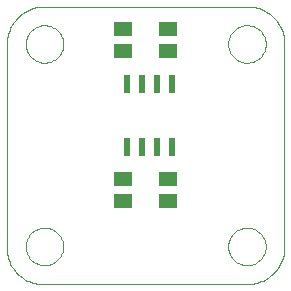
<source format=gtp>
G75*
G70*
%OFA0B0*%
%FSLAX24Y24*%
%IPPOS*%
%LPD*%
%AMOC8*
5,1,8,0,0,1.08239X$1,22.5*
%
%ADD10C,0.0000*%
%ADD11R,0.0236X0.0610*%
%ADD12R,0.0591X0.0512*%
D10*
X000411Y001660D02*
X000409Y001594D01*
X000411Y001528D01*
X000417Y001462D01*
X000426Y001396D01*
X000439Y001331D01*
X000456Y001266D01*
X000476Y001203D01*
X000500Y001141D01*
X000527Y001081D01*
X000558Y001022D01*
X000592Y000964D01*
X000629Y000909D01*
X000669Y000856D01*
X000712Y000806D01*
X000757Y000757D01*
X000806Y000712D01*
X000856Y000669D01*
X000909Y000629D01*
X000964Y000592D01*
X001022Y000558D01*
X001081Y000527D01*
X001141Y000500D01*
X001203Y000476D01*
X001266Y000456D01*
X001331Y000439D01*
X001396Y000426D01*
X001462Y000417D01*
X001528Y000411D01*
X001594Y000409D01*
X001660Y000411D01*
X001660Y000410D02*
X008410Y000410D01*
X008478Y000412D01*
X008545Y000417D01*
X008612Y000426D01*
X008679Y000439D01*
X008744Y000456D01*
X008809Y000475D01*
X008873Y000499D01*
X008935Y000526D01*
X008996Y000556D01*
X009054Y000589D01*
X009111Y000625D01*
X009166Y000665D01*
X009219Y000707D01*
X009270Y000753D01*
X009317Y000800D01*
X009363Y000851D01*
X009405Y000904D01*
X009445Y000959D01*
X009481Y001016D01*
X009514Y001074D01*
X009544Y001135D01*
X009571Y001197D01*
X009595Y001261D01*
X009614Y001326D01*
X009631Y001391D01*
X009644Y001458D01*
X009653Y001525D01*
X009658Y001592D01*
X009660Y001660D01*
X009660Y008410D01*
X009658Y008478D01*
X009653Y008545D01*
X009644Y008612D01*
X009631Y008679D01*
X009614Y008744D01*
X009595Y008809D01*
X009571Y008873D01*
X009544Y008935D01*
X009514Y008996D01*
X009481Y009054D01*
X009445Y009111D01*
X009405Y009166D01*
X009363Y009219D01*
X009317Y009270D01*
X009270Y009317D01*
X009219Y009363D01*
X009166Y009405D01*
X009111Y009445D01*
X009054Y009481D01*
X008996Y009514D01*
X008935Y009544D01*
X008873Y009571D01*
X008809Y009595D01*
X008744Y009614D01*
X008679Y009631D01*
X008612Y009644D01*
X008545Y009653D01*
X008478Y009658D01*
X008410Y009660D01*
X001660Y009660D01*
X001035Y008410D02*
X001037Y008460D01*
X001043Y008509D01*
X001053Y008558D01*
X001066Y008605D01*
X001084Y008652D01*
X001105Y008697D01*
X001129Y008740D01*
X001157Y008781D01*
X001188Y008820D01*
X001222Y008856D01*
X001259Y008890D01*
X001299Y008920D01*
X001340Y008947D01*
X001384Y008971D01*
X001429Y008991D01*
X001476Y009007D01*
X001524Y009020D01*
X001573Y009029D01*
X001623Y009034D01*
X001672Y009035D01*
X001722Y009032D01*
X001771Y009025D01*
X001820Y009014D01*
X001867Y009000D01*
X001913Y008981D01*
X001958Y008959D01*
X002001Y008934D01*
X002041Y008905D01*
X002079Y008873D01*
X002115Y008839D01*
X002148Y008801D01*
X002177Y008761D01*
X002203Y008719D01*
X002226Y008675D01*
X002245Y008629D01*
X002261Y008582D01*
X002273Y008533D01*
X002281Y008484D01*
X002285Y008435D01*
X002285Y008385D01*
X002281Y008336D01*
X002273Y008287D01*
X002261Y008238D01*
X002245Y008191D01*
X002226Y008145D01*
X002203Y008101D01*
X002177Y008059D01*
X002148Y008019D01*
X002115Y007981D01*
X002079Y007947D01*
X002041Y007915D01*
X002001Y007886D01*
X001958Y007861D01*
X001913Y007839D01*
X001867Y007820D01*
X001820Y007806D01*
X001771Y007795D01*
X001722Y007788D01*
X001672Y007785D01*
X001623Y007786D01*
X001573Y007791D01*
X001524Y007800D01*
X001476Y007813D01*
X001429Y007829D01*
X001384Y007849D01*
X001340Y007873D01*
X001299Y007900D01*
X001259Y007930D01*
X001222Y007964D01*
X001188Y008000D01*
X001157Y008039D01*
X001129Y008080D01*
X001105Y008123D01*
X001084Y008168D01*
X001066Y008215D01*
X001053Y008262D01*
X001043Y008311D01*
X001037Y008360D01*
X001035Y008410D01*
X000410Y008410D02*
X000410Y001660D01*
X001035Y001660D02*
X001037Y001710D01*
X001043Y001759D01*
X001053Y001808D01*
X001066Y001855D01*
X001084Y001902D01*
X001105Y001947D01*
X001129Y001990D01*
X001157Y002031D01*
X001188Y002070D01*
X001222Y002106D01*
X001259Y002140D01*
X001299Y002170D01*
X001340Y002197D01*
X001384Y002221D01*
X001429Y002241D01*
X001476Y002257D01*
X001524Y002270D01*
X001573Y002279D01*
X001623Y002284D01*
X001672Y002285D01*
X001722Y002282D01*
X001771Y002275D01*
X001820Y002264D01*
X001867Y002250D01*
X001913Y002231D01*
X001958Y002209D01*
X002001Y002184D01*
X002041Y002155D01*
X002079Y002123D01*
X002115Y002089D01*
X002148Y002051D01*
X002177Y002011D01*
X002203Y001969D01*
X002226Y001925D01*
X002245Y001879D01*
X002261Y001832D01*
X002273Y001783D01*
X002281Y001734D01*
X002285Y001685D01*
X002285Y001635D01*
X002281Y001586D01*
X002273Y001537D01*
X002261Y001488D01*
X002245Y001441D01*
X002226Y001395D01*
X002203Y001351D01*
X002177Y001309D01*
X002148Y001269D01*
X002115Y001231D01*
X002079Y001197D01*
X002041Y001165D01*
X002001Y001136D01*
X001958Y001111D01*
X001913Y001089D01*
X001867Y001070D01*
X001820Y001056D01*
X001771Y001045D01*
X001722Y001038D01*
X001672Y001035D01*
X001623Y001036D01*
X001573Y001041D01*
X001524Y001050D01*
X001476Y001063D01*
X001429Y001079D01*
X001384Y001099D01*
X001340Y001123D01*
X001299Y001150D01*
X001259Y001180D01*
X001222Y001214D01*
X001188Y001250D01*
X001157Y001289D01*
X001129Y001330D01*
X001105Y001373D01*
X001084Y001418D01*
X001066Y001465D01*
X001053Y001512D01*
X001043Y001561D01*
X001037Y001610D01*
X001035Y001660D01*
X000410Y008410D02*
X000412Y008478D01*
X000417Y008545D01*
X000426Y008612D01*
X000439Y008679D01*
X000456Y008744D01*
X000475Y008809D01*
X000499Y008873D01*
X000526Y008935D01*
X000556Y008996D01*
X000589Y009054D01*
X000625Y009111D01*
X000665Y009166D01*
X000707Y009219D01*
X000753Y009270D01*
X000800Y009317D01*
X000851Y009363D01*
X000904Y009405D01*
X000959Y009445D01*
X001016Y009481D01*
X001074Y009514D01*
X001135Y009544D01*
X001197Y009571D01*
X001261Y009595D01*
X001326Y009614D01*
X001391Y009631D01*
X001458Y009644D01*
X001525Y009653D01*
X001592Y009658D01*
X001660Y009660D01*
X007785Y008410D02*
X007787Y008460D01*
X007793Y008509D01*
X007803Y008558D01*
X007816Y008605D01*
X007834Y008652D01*
X007855Y008697D01*
X007879Y008740D01*
X007907Y008781D01*
X007938Y008820D01*
X007972Y008856D01*
X008009Y008890D01*
X008049Y008920D01*
X008090Y008947D01*
X008134Y008971D01*
X008179Y008991D01*
X008226Y009007D01*
X008274Y009020D01*
X008323Y009029D01*
X008373Y009034D01*
X008422Y009035D01*
X008472Y009032D01*
X008521Y009025D01*
X008570Y009014D01*
X008617Y009000D01*
X008663Y008981D01*
X008708Y008959D01*
X008751Y008934D01*
X008791Y008905D01*
X008829Y008873D01*
X008865Y008839D01*
X008898Y008801D01*
X008927Y008761D01*
X008953Y008719D01*
X008976Y008675D01*
X008995Y008629D01*
X009011Y008582D01*
X009023Y008533D01*
X009031Y008484D01*
X009035Y008435D01*
X009035Y008385D01*
X009031Y008336D01*
X009023Y008287D01*
X009011Y008238D01*
X008995Y008191D01*
X008976Y008145D01*
X008953Y008101D01*
X008927Y008059D01*
X008898Y008019D01*
X008865Y007981D01*
X008829Y007947D01*
X008791Y007915D01*
X008751Y007886D01*
X008708Y007861D01*
X008663Y007839D01*
X008617Y007820D01*
X008570Y007806D01*
X008521Y007795D01*
X008472Y007788D01*
X008422Y007785D01*
X008373Y007786D01*
X008323Y007791D01*
X008274Y007800D01*
X008226Y007813D01*
X008179Y007829D01*
X008134Y007849D01*
X008090Y007873D01*
X008049Y007900D01*
X008009Y007930D01*
X007972Y007964D01*
X007938Y008000D01*
X007907Y008039D01*
X007879Y008080D01*
X007855Y008123D01*
X007834Y008168D01*
X007816Y008215D01*
X007803Y008262D01*
X007793Y008311D01*
X007787Y008360D01*
X007785Y008410D01*
X007785Y001660D02*
X007787Y001710D01*
X007793Y001759D01*
X007803Y001808D01*
X007816Y001855D01*
X007834Y001902D01*
X007855Y001947D01*
X007879Y001990D01*
X007907Y002031D01*
X007938Y002070D01*
X007972Y002106D01*
X008009Y002140D01*
X008049Y002170D01*
X008090Y002197D01*
X008134Y002221D01*
X008179Y002241D01*
X008226Y002257D01*
X008274Y002270D01*
X008323Y002279D01*
X008373Y002284D01*
X008422Y002285D01*
X008472Y002282D01*
X008521Y002275D01*
X008570Y002264D01*
X008617Y002250D01*
X008663Y002231D01*
X008708Y002209D01*
X008751Y002184D01*
X008791Y002155D01*
X008829Y002123D01*
X008865Y002089D01*
X008898Y002051D01*
X008927Y002011D01*
X008953Y001969D01*
X008976Y001925D01*
X008995Y001879D01*
X009011Y001832D01*
X009023Y001783D01*
X009031Y001734D01*
X009035Y001685D01*
X009035Y001635D01*
X009031Y001586D01*
X009023Y001537D01*
X009011Y001488D01*
X008995Y001441D01*
X008976Y001395D01*
X008953Y001351D01*
X008927Y001309D01*
X008898Y001269D01*
X008865Y001231D01*
X008829Y001197D01*
X008791Y001165D01*
X008751Y001136D01*
X008708Y001111D01*
X008663Y001089D01*
X008617Y001070D01*
X008570Y001056D01*
X008521Y001045D01*
X008472Y001038D01*
X008422Y001035D01*
X008373Y001036D01*
X008323Y001041D01*
X008274Y001050D01*
X008226Y001063D01*
X008179Y001079D01*
X008134Y001099D01*
X008090Y001123D01*
X008049Y001150D01*
X008009Y001180D01*
X007972Y001214D01*
X007938Y001250D01*
X007907Y001289D01*
X007879Y001330D01*
X007855Y001373D01*
X007834Y001418D01*
X007816Y001465D01*
X007803Y001512D01*
X007793Y001561D01*
X007787Y001610D01*
X007785Y001660D01*
D11*
X005910Y004968D03*
X005410Y004968D03*
X004910Y004968D03*
X004410Y004968D03*
X004410Y007094D03*
X004910Y007094D03*
X005410Y007094D03*
X005910Y007094D03*
D12*
X005785Y008161D03*
X005785Y008909D03*
X004285Y008909D03*
X004285Y008161D03*
X004285Y003909D03*
X004285Y003161D03*
X005785Y003161D03*
X005785Y003909D03*
M02*

</source>
